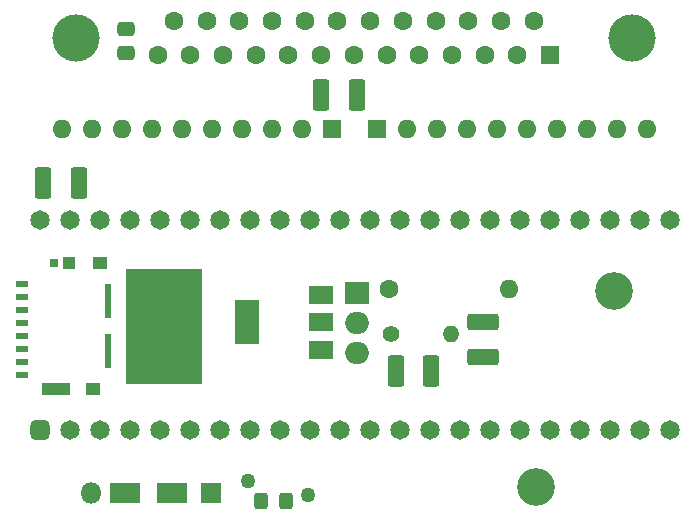
<source format=gbr>
%TF.GenerationSoftware,KiCad,Pcbnew,6.0.5-a6ca702e91~116~ubuntu21.10.1*%
%TF.CreationDate,2022-08-24T06:01:09-06:00*%
%TF.ProjectId,DB25m_F4Lite_THTV1_1,44423235-6d5f-4463-944c-6974655f5448,rev?*%
%TF.SameCoordinates,Original*%
%TF.FileFunction,Soldermask,Bot*%
%TF.FilePolarity,Negative*%
%FSLAX46Y46*%
G04 Gerber Fmt 4.6, Leading zero omitted, Abs format (unit mm)*
G04 Created by KiCad (PCBNEW 6.0.5-a6ca702e91~116~ubuntu21.10.1) date 2022-08-24 06:01:09*
%MOMM*%
%LPD*%
G01*
G04 APERTURE LIST*
G04 Aperture macros list*
%AMRoundRect*
0 Rectangle with rounded corners*
0 $1 Rounding radius*
0 $2 $3 $4 $5 $6 $7 $8 $9 X,Y pos of 4 corners*
0 Add a 4 corners polygon primitive as box body*
4,1,4,$2,$3,$4,$5,$6,$7,$8,$9,$2,$3,0*
0 Add four circle primitives for the rounded corners*
1,1,$1+$1,$2,$3*
1,1,$1+$1,$4,$5*
1,1,$1+$1,$6,$7*
1,1,$1+$1,$8,$9*
0 Add four rect primitives between the rounded corners*
20,1,$1+$1,$2,$3,$4,$5,0*
20,1,$1+$1,$4,$5,$6,$7,0*
20,1,$1+$1,$6,$7,$8,$9,0*
20,1,$1+$1,$8,$9,$2,$3,0*%
G04 Aperture macros list end*
%ADD10C,0.100000*%
%ADD11C,3.200000*%
%ADD12C,1.270000*%
%ADD13R,1.600000X1.600000*%
%ADD14O,1.600000X1.600000*%
%ADD15R,1.800000X1.800000*%
%ADD16O,1.800000X1.800000*%
%ADD17RoundRect,0.412500X0.412500X-0.412500X0.412500X0.412500X-0.412500X0.412500X-0.412500X-0.412500X0*%
%ADD18C,1.650000*%
%ADD19C,4.000000*%
%ADD20C,1.600000*%
%ADD21RoundRect,0.250001X-0.462499X-1.074999X0.462499X-1.074999X0.462499X1.074999X-0.462499X1.074999X0*%
%ADD22RoundRect,0.250001X0.462499X1.074999X-0.462499X1.074999X-0.462499X-1.074999X0.462499X-1.074999X0*%
%ADD23R,0.550000X2.910000*%
%ADD24R,1.000000X0.500000*%
%ADD25R,0.780000X0.720000*%
%ADD26R,1.200000X1.050000*%
%ADD27R,2.390000X1.050000*%
%ADD28R,1.080000X1.050000*%
%ADD29RoundRect,0.250001X-1.074999X0.462499X-1.074999X-0.462499X1.074999X-0.462499X1.074999X0.462499X0*%
%ADD30C,1.400000*%
%ADD31O,1.400000X1.400000*%
%ADD32O,3.500000X3.500000*%
%ADD33R,2.000000X1.905000*%
%ADD34O,2.000000X1.905000*%
%ADD35RoundRect,0.250000X-0.475000X0.337500X-0.475000X-0.337500X0.475000X-0.337500X0.475000X0.337500X0*%
%ADD36RoundRect,0.250000X-0.325000X-0.450000X0.325000X-0.450000X0.325000X0.450000X-0.325000X0.450000X0*%
%ADD37R,2.500000X1.800000*%
%ADD38R,2.000000X1.500000*%
%ADD39R,2.000000X3.800000*%
G04 APERTURE END LIST*
D10*
G36*
X122915680Y-80342740D02*
G01*
X116565679Y-80342739D01*
X116565680Y-70627240D01*
X122915680Y-70627240D01*
X122915680Y-80342740D01*
G37*
X122915680Y-80342740D02*
X116565679Y-80342739D01*
X116565680Y-70627240D01*
X122915680Y-70627240D01*
X122915680Y-80342740D01*
D11*
%TO.C,REF\u002A\u002A*%
X151290020Y-89138760D03*
%TD*%
%TO.C,REF\u002A\u002A*%
X157871160Y-72522080D03*
%TD*%
D12*
%TO.C,F1*%
X126830000Y-88640000D03*
X131910000Y-89783000D03*
%TD*%
D13*
%TO.C,RN1*%
X133982460Y-58831480D03*
D14*
X131442460Y-58831480D03*
X128902460Y-58831480D03*
X126362460Y-58831480D03*
X123822460Y-58831480D03*
X121282460Y-58831480D03*
X118742460Y-58831480D03*
X116202460Y-58831480D03*
X113662460Y-58831480D03*
X111122460Y-58831480D03*
%TD*%
D13*
%TO.C,RN2*%
X137792460Y-58831480D03*
D14*
X140332460Y-58831480D03*
X142872460Y-58831480D03*
X145412460Y-58831480D03*
X147952460Y-58831480D03*
X150492460Y-58831480D03*
X153032460Y-58831480D03*
X155572460Y-58831480D03*
X158112460Y-58831480D03*
X160652460Y-58831480D03*
%TD*%
D15*
%TO.C,D1*%
X123730000Y-89600000D03*
D16*
X113570000Y-89600000D03*
%TD*%
D17*
%TO.C,U2*%
X109284675Y-84301342D03*
D18*
X111824675Y-84301342D03*
X114364675Y-84301342D03*
X116904675Y-84301342D03*
X119444675Y-84301342D03*
X121984675Y-84301342D03*
X124524675Y-84301342D03*
X127064675Y-84301342D03*
X129604675Y-84301342D03*
X132144675Y-84301342D03*
X134684675Y-84301342D03*
X137224675Y-84301342D03*
X139764675Y-84301342D03*
X142304675Y-84301342D03*
X144844675Y-84301342D03*
X147384675Y-84301342D03*
X149924675Y-84301342D03*
X152464675Y-84301342D03*
X155004675Y-84301342D03*
X157544675Y-84301342D03*
X160084675Y-84301342D03*
X162624675Y-84301342D03*
X162624675Y-66521342D03*
X160084675Y-66521342D03*
X157544675Y-66521342D03*
X155004675Y-66521342D03*
X152464675Y-66521342D03*
X149924675Y-66521342D03*
X147384675Y-66521342D03*
X144844675Y-66521342D03*
X142304675Y-66521342D03*
X139764675Y-66521342D03*
X137224675Y-66521342D03*
X134684675Y-66521342D03*
X132144675Y-66521342D03*
X129604675Y-66521342D03*
X127064675Y-66521342D03*
X124524675Y-66521342D03*
X121984675Y-66521342D03*
X119444675Y-66521342D03*
X116904675Y-66521342D03*
X114364675Y-66521342D03*
X111824675Y-66521342D03*
X109284675Y-66521342D03*
%TD*%
D19*
%TO.C,J6*%
X112280800Y-51114820D03*
X159380800Y-51114820D03*
D13*
X152450800Y-52534820D03*
D20*
X149680800Y-52534820D03*
X146910800Y-52534820D03*
X144140800Y-52534820D03*
X141370800Y-52534820D03*
X138600800Y-52534820D03*
X135830800Y-52534820D03*
X133060800Y-52534820D03*
X130290800Y-52534820D03*
X127520800Y-52534820D03*
X124750800Y-52534820D03*
X121980800Y-52534820D03*
X119210800Y-52534820D03*
X151065800Y-49694820D03*
X148295800Y-49694820D03*
X145525800Y-49694820D03*
X142755800Y-49694820D03*
X139985800Y-49694820D03*
X137215800Y-49694820D03*
X134445800Y-49694820D03*
X131675800Y-49694820D03*
X128905800Y-49694820D03*
X126135800Y-49694820D03*
X123365800Y-49694820D03*
X120595800Y-49694820D03*
%TD*%
D21*
%TO.C,C2*%
X139398915Y-79310243D03*
X142373915Y-79310243D03*
%TD*%
D22*
%TO.C,C3*%
X136064320Y-55928260D03*
X133089320Y-55928260D03*
%TD*%
D23*
%TO.C,J5*%
X115012153Y-77596202D03*
X115012153Y-73406202D03*
D24*
X107777153Y-71901202D03*
X107777153Y-73001202D03*
X107777153Y-74101202D03*
X107777153Y-75201202D03*
X107777153Y-76301202D03*
X107777153Y-77401202D03*
X107777153Y-78501202D03*
X107777153Y-79601202D03*
D25*
X110457153Y-70141202D03*
D26*
X113767153Y-80776202D03*
D27*
X110582153Y-80776202D03*
D26*
X114337153Y-70131202D03*
D28*
X111727153Y-70141202D03*
%TD*%
D29*
%TO.C,C1*%
X146764914Y-75128742D03*
X146764914Y-78103742D03*
%TD*%
D20*
%TO.C,R1*%
X138827414Y-72325242D03*
D14*
X148987414Y-72325242D03*
%TD*%
D30*
%TO.C,R2*%
X138954414Y-76198744D03*
D31*
X144034414Y-76198744D03*
%TD*%
D32*
%TO.C,U1*%
X119436914Y-75246244D03*
D33*
X136096914Y-72706244D03*
D34*
X136096914Y-75246244D03*
X136096914Y-77786244D03*
%TD*%
D22*
%TO.C,C4*%
X112522000Y-63383160D03*
X109547000Y-63383160D03*
%TD*%
D35*
%TO.C,C5*%
X116535200Y-50299800D03*
X116535200Y-52374800D03*
%TD*%
D36*
%TO.C,F2*%
X127998000Y-90322400D03*
X130048000Y-90322400D03*
%TD*%
D37*
%TO.C,D2*%
X120414800Y-89611200D03*
X116414800Y-89611200D03*
%TD*%
D38*
%TO.C,U3*%
X133045600Y-72884000D03*
D39*
X126745600Y-75184000D03*
D38*
X133045600Y-75184000D03*
X133045600Y-77484000D03*
%TD*%
M02*

</source>
